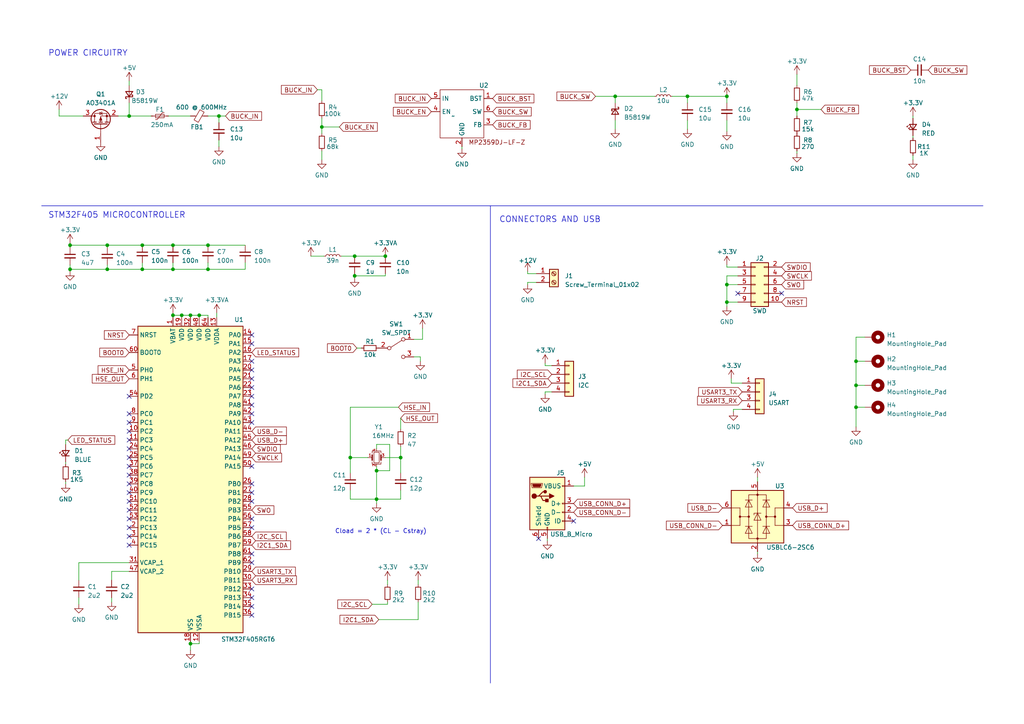
<source format=kicad_sch>
(kicad_sch (version 20230121) (generator eeschema)
  (paper "A4")
  (title_block (title "STM32F4 Test Board") (date "2023-05-26") (rev "v1.0") (company "SAI KRISHNA DASARI"))
  (lib_symbols
    (symbol "Connector:Screw_Terminal_01x02" (pin_names (offset 1.016) hide)
      (property "Reference" "J" (at 0 2.54 0))
      (property "Value" "Screw_Terminal_01x02" (at 0 -5.08 0))
      (symbol "Screw_Terminal_01x02_1_1"
        (pin passive line (at -5.08 0 0) (length 3.81) (name "Pin_1") (number "1"))
        (pin passive line (at -5.08 -2.54 0) (length 3.81) (name "Pin_2") (number "2"))
      )
    )
    (symbol "Connector:USB_B_Micro" (pin_names (offset 1.016))
      (property "Reference" "J" (at -5.08 11.43 0))
      (property "Value" "USB_B_Micro" (at -5.08 8.89 0))
      (symbol "USB_B_Micro_1_1"
        (pin power_out line (at 7.62 5.08 180) (length 2.54) (name "VBUS") (number "1"))
        (pin bidirectional line (at 7.62 -2.54 180) (length 2.54) (name "D-") (number "2"))
        (pin bidirectional line (at 7.62 0 180) (length 2.54) (name "D+") (number "3"))
        (pin passive line (at 7.62 -5.08 180) (length 2.54) (name "ID") (number "4"))
        (pin power_out line (at 0 -10.16 90) (length 2.54) (name "GND") (number "5"))
        (pin passive line (at -2.54 -10.16 90) (length 2.54) (name "Shield") (number "6"))
      )
    )
    (symbol "Connector_Generic:Conn_01x04" (pin_names (offset 1.016) hide)
      (property "Reference" "J" (at 0 5.08 0))
      (property "Value" "Conn_01x04" (at 0 -7.62 0))
      (symbol "Conn_01x04_1_1"
        (pin passive line (at -5.08 2.54 0) (length 3.81) (name "Pin_1") (number "1"))
        (pin passive line (at -5.08 0 0) (length 3.81) (name "Pin_2") (number "2"))
        (pin passive line (at -5.08 -2.54 0) (length 3.81) (name "Pin_3") (number "3"))
        (pin passive line (at -5.08 -5.08 0) (length 3.81) (name "Pin_4") (number "4"))
      )
    )
    (symbol "Connector_Generic:Conn_02x05_Odd_Even" (pin_names (offset 1.016) hide)
      (property "Reference" "J" (at 1.27 7.62 0))
      (property "Value" "Conn_02x05_Odd_Even" (at 1.27 -7.62 0))
      (symbol "Conn_02x05_Odd_Even_1_1"
        (pin passive line (at -5.08 5.08 0) (length 3.81) (name "Pin_1") (number "1"))
        (pin passive line (at 7.62 -5.08 180) (length 3.81) (name "Pin_10") (number "10"))
        (pin passive line (at 7.62 5.08 180) (length 3.81) (name "Pin_2") (number "2"))
        (pin passive line (at -5.08 2.54 0) (length 3.81) (name "Pin_3") (number "3"))
        (pin passive line (at 7.62 2.54 180) (length 3.81) (name "Pin_4") (number "4"))
        (pin passive line (at -5.08 0 0) (length 3.81) (name "Pin_5") (number "5"))
        (pin passive line (at 7.62 0 180) (length 3.81) (name "Pin_6") (number "6"))
        (pin passive line (at -5.08 -2.54 0) (length 3.81) (name "Pin_7") (number "7"))
        (pin passive line (at 7.62 -2.54 180) (length 3.81) (name "Pin_8") (number "8"))
        (pin passive line (at -5.08 -5.08 0) (length 3.81) (name "Pin_9") (number "9"))
      )
    )
    (symbol "Device:C_Small" (pin_numbers hide) (pin_names (offset 0.254) hide)
      (property "Reference" "C" (at 0.254 1.778 0))
      (property "Value" "C_Small" (at 0.254 -2.032 0))
      (symbol "C_Small_1_1"
        (pin passive line (at 0 2.54 270) (length 2.032) (name "~") (number "1"))
        (pin passive line (at 0 -2.54 90) (length 2.032) (name "~") (number "2"))
      )
    )
    (symbol "Device:Crystal_GND24_Small" (pin_names (offset 1.016) hide)
      (property "Reference" "Y" (at 1.27 4.445 0))
      (property "Value" "Crystal_GND24_Small" (at 1.27 2.54 0))
      (symbol "Crystal_GND24_Small_1_1"
        (pin passive line (at -2.54 0 0) (length 1.27) (name "1") (number "1"))
        (pin passive line (at 0 -2.54 90) (length 0.635) (name "2") (number "2"))
        (pin passive line (at 2.54 0 180) (length 1.27) (name "3") (number "3"))
        (pin passive line (at 0 2.54 270) (length 0.635) (name "4") (number "4"))
      )
    )
    (symbol "Device:D_Schottky_Small" (pin_numbers hide) (pin_names (offset 0.254) hide)
      (property "Reference" "D" (at -1.27 2.032 0))
      (property "Value" "D_Schottky_Small" (at -7.112 -2.032 0))
      (symbol "D_Schottky_Small_1_1"
        (pin passive line (at -2.54 0 0) (length 1.778) (name "K") (number "1"))
        (pin passive line (at 2.54 0 180) (length 1.778) (name "A") (number "2"))
      )
    )
    (symbol "Device:FerriteBead_Small" (pin_numbers hide) (pin_names (offset 0))
      (property "Reference" "FB" (at 1.905 1.27 0))
      (property "Value" "FerriteBead_Small" (at 1.905 -1.27 0))
      (symbol "FerriteBead_Small_1_1"
        (pin passive line (at 0 2.54 270) (length 1.27) (name "~") (number "1"))
        (pin passive line (at 0 -2.54 90) (length 1.27) (name "~") (number "2"))
      )
    )
    (symbol "Device:LED_Small" (pin_numbers hide) (pin_names (offset 0.254) hide)
      (property "Reference" "D" (at -1.27 3.175 0))
      (property "Value" "LED_Small" (at -4.445 -2.54 0))
      (symbol "LED_Small_1_1"
        (pin passive line (at -2.54 0 0) (length 1.778) (name "K") (number "1"))
        (pin passive line (at 2.54 0 180) (length 1.778) (name "A") (number "2"))
      )
    )
    (symbol "Device:L_Small" (pin_numbers hide) (pin_names (offset 0.254) hide)
      (property "Reference" "L" (at 0.762 1.016 0))
      (property "Value" "L_Small" (at 0.762 -1.016 0))
      (symbol "L_Small_1_1"
        (pin passive line (at 0 2.54 270) (length 0.508) (name "~") (number "1"))
        (pin passive line (at 0 -2.54 90) (length 0.508) (name "~") (number "2"))
      )
    )
    (symbol "Device:Polyfuse_Small" (pin_numbers hide) (pin_names (offset 0))
      (property "Reference" "F" (at -1.905 0 90))
      (property "Value" "Polyfuse_Small" (at 1.905 0 90))
      (symbol "Polyfuse_Small_1_1"
        (pin passive line (at 0 2.54 270) (length 0.635) (name "~") (number "1"))
        (pin passive line (at 0 -2.54 90) (length 0.635) (name "~") (number "2"))
      )
    )
    (symbol "Device:R_Small" (pin_numbers hide) (pin_names (offset 0.254) hide)
      (property "Reference" "R" (at 0.762 0.508 0))
      (property "Value" "R_Small" (at 0.762 -1.016 0))
      (symbol "R_Small_1_1"
        (pin passive line (at 0 2.54 270) (length 0.762) (name "~") (number "1"))
        (pin passive line (at 0 -2.54 90) (length 0.762) (name "~") (number "2"))
      )
    )
    (symbol "MCU_ST_STM32F4:STM32F405RGTx"
      (property "Reference" "U" (at -15.24 46.99 0))
      (property "Value" "STM32F405RGTx" (at 10.16 46.99 0))
      (symbol "STM32F405RGTx_1_1"
        (pin power_in line (at -5.08 48.26 270) (length 2.54) (name "VBAT") (number "1"))
        (pin bidirectional line (at -17.78 15.24 0) (length 2.54) (name "PC2") (number "10"))
        (pin bidirectional line (at -17.78 12.7 0) (length 2.54) (name "PC3") (number "11"))
        (pin power_in line (at 2.54 -45.72 90) (length 2.54) (name "VSSA") (number "12"))
        (pin power_in line (at 7.62 48.26 270) (length 2.54) (name "VDDA") (number "13"))
        (pin bidirectional line (at 17.78 43.18 180) (length 2.54) (name "PA0") (number "14"))
        (pin bidirectional line (at 17.78 40.64 180) (length 2.54) (name "PA1") (number "15"))
        (pin bidirectional line (at 17.78 38.1 180) (length 2.54) (name "PA2") (number "16"))
        (pin bidirectional line (at 17.78 35.56 180) (length 2.54) (name "PA3") (number "17"))
        (pin power_in line (at 0 -45.72 90) (length 2.54) (name "VSS") (number "18"))
        (pin power_in line (at -2.54 48.26 270) (length 2.54) (name "VDD") (number "19"))
        (pin bidirectional line (at -17.78 -12.7 0) (length 2.54) (name "PC13") (number "2"))
        (pin bidirectional line (at 17.78 33.02 180) (length 2.54) (name "PA4") (number "20"))
        (pin bidirectional line (at 17.78 30.48 180) (length 2.54) (name "PA5") (number "21"))
        (pin bidirectional line (at 17.78 27.94 180) (length 2.54) (name "PA6") (number "22"))
        (pin bidirectional line (at 17.78 25.4 180) (length 2.54) (name "PA7") (number "23"))
        (pin bidirectional line (at -17.78 10.16 0) (length 2.54) (name "PC4") (number "24"))
        (pin bidirectional line (at -17.78 7.62 0) (length 2.54) (name "PC5") (number "25"))
        (pin bidirectional line (at 17.78 0 180) (length 2.54) (name "PB0") (number "26"))
        (pin bidirectional line (at 17.78 -2.54 180) (length 2.54) (name "PB1") (number "27"))
        (pin bidirectional line (at 17.78 -5.08 180) (length 2.54) (name "PB2") (number "28"))
        (pin bidirectional line (at 17.78 -25.4 180) (length 2.54) (name "PB10") (number "29"))
        (pin bidirectional line (at -17.78 -15.24 0) (length 2.54) (name "PC14") (number "3"))
        (pin bidirectional line (at 17.78 -27.94 180) (length 2.54) (name "PB11") (number "30"))
        (pin power_out line (at -17.78 -22.86 0) (length 2.54) (name "VCAP_1") (number "31"))
        (pin power_in line (at 0 48.26 270) (length 2.54) (name "VDD") (number "32"))
        (pin bidirectional line (at 17.78 -30.48 180) (length 2.54) (name "PB12") (number "33"))
        (pin bidirectional line (at 17.78 -33.02 180) (length 2.54) (name "PB13") (number "34"))
        (pin bidirectional line (at 17.78 -35.56 180) (length 2.54) (name "PB14") (number "35"))
        (pin bidirectional line (at 17.78 -38.1 180) (length 2.54) (name "PB15") (number "36"))
        (pin bidirectional line (at -17.78 5.08 0) (length 2.54) (name "PC6") (number "37"))
        (pin bidirectional line (at -17.78 2.54 0) (length 2.54) (name "PC7") (number "38"))
        (pin bidirectional line (at -17.78 0 0) (length 2.54) (name "PC8") (number "39"))
        (pin bidirectional line (at -17.78 -17.78 0) (length 2.54) (name "PC15") (number "4"))
        (pin bidirectional line (at -17.78 -2.54 0) (length 2.54) (name "PC9") (number "40"))
        (pin bidirectional line (at 17.78 22.86 180) (length 2.54) (name "PA8") (number "41"))
        (pin bidirectional line (at 17.78 20.32 180) (length 2.54) (name "PA9") (number "42"))
        (pin bidirectional line (at 17.78 17.78 180) (length 2.54) (name "PA10") (number "43"))
        (pin bidirectional line (at 17.78 15.24 180) (length 2.54) (name "PA11") (number "44"))
        (pin bidirectional line (at 17.78 12.7 180) (length 2.54) (name "PA12") (number "45"))
        (pin bidirectional line (at 17.78 10.16 180) (length 2.54) (name "PA13") (number "46"))
        (pin power_out line (at -17.78 -25.4 0) (length 2.54) (name "VCAP_2") (number "47"))
        (pin power_in line (at 2.54 48.26 270) (length 2.54) (name "VDD") (number "48"))
        (pin bidirectional line (at 17.78 7.62 180) (length 2.54) (name "PA14") (number "49"))
        (pin bidirectional line (at -17.78 33.02 0) (length 2.54) (name "PH0") (number "5"))
        (pin bidirectional line (at 17.78 5.08 180) (length 2.54) (name "PA15") (number "50"))
        (pin bidirectional line (at -17.78 -5.08 0) (length 2.54) (name "PC10") (number "51"))
        (pin bidirectional line (at -17.78 -7.62 0) (length 2.54) (name "PC11") (number "52"))
        (pin bidirectional line (at -17.78 -10.16 0) (length 2.54) (name "PC12") (number "53"))
        (pin bidirectional line (at -17.78 25.4 0) (length 2.54) (name "PD2") (number "54"))
        (pin bidirectional line (at 17.78 -7.62 180) (length 2.54) (name "PB3") (number "55"))
        (pin bidirectional line (at 17.78 -10.16 180) (length 2.54) (name "PB4") (number "56"))
        (pin bidirectional line (at 17.78 -12.7 180) (length 2.54) (name "PB5") (number "57"))
        (pin bidirectional line (at 17.78 -15.24 180) (length 2.54) (name "PB6") (number "58"))
        (pin bidirectional line (at 17.78 -17.78 180) (length 2.54) (name "PB7") (number "59"))
        (pin bidirectional line (at -17.78 30.48 0) (length 2.54) (name "PH1") (number "6"))
        (pin input line (at -17.78 38.1 0) (length 2.54) (name "BOOT0") (number "60"))
        (pin bidirectional line (at 17.78 -20.32 180) (length 2.54) (name "PB8") (number "61"))
        (pin bidirectional line (at 17.78 -22.86 180) (length 2.54) (name "PB9") (number "62"))
        (pin passive line (at 0 -45.72 90) (length 2.54) hide (name "VSS") (number "63"))
        (pin power_in line (at 5.08 48.26 270) (length 2.54) (name "VDD") (number "64"))
        (pin input line (at -17.78 43.18 0) (length 2.54) (name "NRST") (number "7"))
        (pin bidirectional line (at -17.78 20.32 0) (length 2.54) (name "PC0") (number "8"))
        (pin bidirectional line (at -17.78 17.78 0) (length 2.54) (name "PC1") (number "9"))
      )
    )
    (symbol "Mechanical:MountingHole_Pad" (pin_numbers hide) (pin_names (offset 1.016) hide)
      (property "Reference" "H" (at 0 6.35 0))
      (property "Value" "MountingHole_Pad" (at 0 4.445 0))
      (symbol "MountingHole_Pad_1_1"
        (pin input line (at 0 -2.54 90) (length 2.54) (name "1") (number "1"))
      )
    )
    (symbol "Power_Protection:USBLC6-2SC6" (pin_names hide)
      (property "Reference" "U" (at 2.54 8.89 0))
      (property "Value" "USBLC6-2SC6" (at 2.54 -8.89 0))
      (symbol "USBLC6-2SC6_1_1"
        (pin passive line (at -10.16 -2.54 0) (length 2.54) (name "I/O1") (number "1"))
        (pin passive line (at 0 -10.16 90) (length 2.54) (name "GND") (number "2"))
        (pin passive line (at 10.16 -2.54 180) (length 2.54) (name "I/O2") (number "3"))
        (pin passive line (at 10.16 2.54 180) (length 2.54) (name "I/O2") (number "4"))
        (pin passive line (at 0 10.16 270) (length 2.54) (name "VBUS") (number "5"))
        (pin passive line (at -10.16 2.54 0) (length 2.54) (name "I/O1") (number "6"))
      )
    )
    (symbol "Switch:SW_SPDT" (pin_names (offset 0) hide)
      (property "Reference" "SW" (at 0 4.318 0))
      (property "Value" "SW_SPDT" (at 0 -5.08 0))
      (symbol "SW_SPDT_1_1"
        (pin passive line (at 5.08 2.54 180) (length 2.54) (name "A") (number "1"))
        (pin passive line (at -5.08 0 0) (length 2.54) (name "B") (number "2"))
        (pin passive line (at 5.08 -2.54 180) (length 2.54) (name "C") (number "3"))
      )
    )
    (symbol "Transistor_FET:AO3401A" (pin_names hide)
      (property "Reference" "Q" (at 5.08 1.905 0))
      (property "Value" "AO3401A" (at 5.08 0 0))
      (symbol "AO3401A_1_1"
        (pin input line (at -5.08 0 0) (length 2.54) (name "G") (number "1"))
        (pin passive line (at 2.54 -5.08 90) (length 2.54) (name "S") (number "2"))
        (pin passive line (at 2.54 5.08 270) (length 2.54) (name "D") (number "3"))
      )
    )
    (symbol "mp2359dj-lf-z:MP2359DJ-LF-Z"
      (property "Reference" "U1" (at 28.8677 22.86 0))
      (symbol "MP2359DJ-LF-Z_1_1"
        (text "MP2359DJ-LF-Z" (at 33.02 6.35 0) (effects (font (size 1.27 1.27))))
        (pin output line (at 31.75 19.05 180) (length 2.54) (name "BST") (number "1"))
        (pin output line (at 22.86 5.08 90) (length 2.54) (name "GND") (number "2"))
        (pin output line (at 31.75 11.43 180) (length 2.54) (name "FB") (number "3"))
        (pin input line (at 13.97 15.24 0) (length 2.54) (name "EN") (number "4"))
        (pin input line (at 13.97 19.05 0) (length 2.54) (name "IN") (number "5"))
        (pin output line (at 31.75 15.24 180) (length 2.54) (name "SW") (number "6"))
      )
    )
    (symbol "power:+12V" (power) (pin_names (offset 0))
      (property "Value" "+12V" (at 0 3.556 0))
      (symbol "+12V_1_1"
        (pin power_in line (at 0 0 90) (length 0) hide (name "+12V") (number "1"))
      )
    )
    (symbol "power:+3.3V" (power) (pin_names (offset 0))
      (property "Value" "+3.3V" (at 0 3.556 0))
      (symbol "+3.3V_1_1"
        (pin power_in line (at 0 0 90) (length 0) hide (name "+3.3V") (number "1"))
      )
    )
    (symbol "power:+3.3VA" (power) (pin_names (offset 0))
      (property "Value" "+3.3VA" (at 0 3.556 0))
      (symbol "+3.3VA_1_1"
        (pin power_in line (at 0 0 90) (length 0) hide (name "+3.3VA") (number "1"))
      )
    )
    (symbol "power:+5V" (power) (pin_names (offset 0))
      (property "Value" "+5V" (at 0 3.556 0))
      (symbol "+5V_1_1"
        (pin power_in line (at 0 0 90) (length 0) hide (name "+5V") (number "1"))
      )
    )
    (symbol "power:GND" (power) (pin_names (offset 0))
      (property "Value" "GND" (at 0 -3.81 0))
      (symbol "GND_1_1"
        (pin power_in line (at 0 0 270) (length 0) hide (name "GND") (number "1"))
      )
    )
  )
  (junction (at 102.87 80.01))
  (junction (at 248.285 111.76))
  (junction (at 60.325 71.12))
  (junction (at 248.285 104.775))
  (junction (at 109.22 136.525))
  (junction (at 210.82 87.63))
  (junction (at 55.245 91.44))
  (junction (at 50.165 71.12))
  (junction (at 20.32 78.105))
  (junction (at 41.275 78.105))
  (junction (at 102.87 74.295))
  (junction (at 31.115 78.105))
  (junction (at 109.22 144.78))
  (junction (at 37.465 33.655))
  (junction (at 20.32 71.12))
  (junction (at 63.5 33.655))
  (junction (at 199.39 27.94))
  (junction (at 101.6 132.715))
  (junction (at 57.785 91.44))
  (junction (at 178.435 27.94))
  (junction (at 55.245 186.69))
  (junction (at 116.205 132.715))
  (junction (at 52.705 91.44))
  (junction (at 210.82 82.55))
  (junction (at 231.14 31.75))
  (junction (at 210.82 27.94))
  (junction (at 60.325 78.105))
  (junction (at 93.345 36.83))
  (junction (at 31.115 71.12))
  (junction (at 50.165 91.44))
  (junction (at 41.275 71.12))
  (junction (at 50.165 78.105))
  (junction (at 248.285 118.11))
  (junction (at 111.76 74.295))
  (no_connect (at 37.465 130.175))
  (no_connect (at 73.025 114.935))
  (no_connect (at 37.465 132.715))
  (no_connect (at 73.025 178.435))
  (no_connect (at 73.025 163.195))
  (no_connect (at 73.025 140.335))
  (no_connect (at 73.025 117.475))
  (no_connect (at 73.025 160.655))
  (no_connect (at 73.025 153.035))
  (no_connect (at 73.025 112.395))
  (no_connect (at 226.695 85.09))
  (no_connect (at 73.025 173.355))
  (no_connect (at 73.025 97.155))
  (no_connect (at 73.025 170.815))
  (no_connect (at 73.025 122.555))
  (no_connect (at 213.995 85.09))
  (no_connect (at 37.465 150.495))
  (no_connect (at 37.465 140.335))
  (no_connect (at 73.025 107.315))
  (no_connect (at 73.025 99.695))
  (no_connect (at 37.465 127.635))
  (no_connect (at 37.465 122.555))
  (no_connect (at 37.465 120.015))
  (no_connect (at 37.465 147.955))
  (no_connect (at 73.025 135.255))
  (no_connect (at 73.025 142.875))
  (no_connect (at 37.465 155.575))
  (no_connect (at 73.025 120.015))
  (no_connect (at 37.465 137.795))
  (no_connect (at 37.465 158.115))
  (no_connect (at 37.465 153.035))
  (no_connect (at 73.025 109.855))
  (no_connect (at 73.025 145.415))
  (no_connect (at 37.465 142.875))
  (no_connect (at 73.025 175.895))
  (no_connect (at 156.21 156.21))
  (no_connect (at 37.465 145.415))
  (no_connect (at 73.025 150.495))
  (no_connect (at 37.465 125.095))
  (no_connect (at 166.37 151.13))
  (no_connect (at 37.465 114.935))
  (no_connect (at 73.025 104.775))
  (no_connect (at 37.465 135.255))
  (wire (pts (xy 116.205 142.24) (xy 116.205 144.78)))
  (wire (pts (xy 178.435 27.94) (xy 178.435 29.845)))
  (wire (pts (xy 71.12 78.105) (xy 71.12 76.2)))
  (wire (pts (xy 50.165 90.805) (xy 50.165 91.44)))
  (wire (pts (xy 231.14 44.45) (xy 231.14 43.815)))
  (wire (pts (xy 90.17 74.295) (xy 93.98 74.295)))
  (wire (pts (xy 113.03 128.905) (xy 113.03 136.525)))
  (wire (pts (xy 52.705 91.44) (xy 55.245 91.44)))
  (wire (pts (xy 19.05 127.635) (xy 19.685 127.635)))
  (wire (pts (xy 41.275 71.12) (xy 50.165 71.12)))
  (wire (pts (xy 19.05 133.985) (xy 19.05 134.62)))
  (wire (pts (xy 50.165 76.2) (xy 50.165 78.105)))
  (wire (pts (xy 210.82 82.55) (xy 210.82 80.01)))
  (wire (pts (xy 101.6 118.11) (xy 101.6 132.715)))
  (wire (pts (xy 212.725 118.745) (xy 212.725 119.38)))
  (wire (pts (xy 101.6 142.24) (xy 101.6 144.78)))
  (wire (pts (xy 248.285 104.775) (xy 248.285 111.76)))
  (polyline (pts (xy 142.24 59.69) (xy 285.115 59.69)))
  (wire (pts (xy 248.285 111.76) (xy 250.825 111.76)))
  (wire (pts (xy 19.05 128.905) (xy 19.05 127.635)))
  (wire (pts (xy 210.82 80.01) (xy 213.995 80.01)))
  (wire (pts (xy 55.245 186.69) (xy 55.245 188.595)))
  (wire (pts (xy 264.795 33.655) (xy 264.795 34.29)))
  (wire (pts (xy 17.145 33.655) (xy 24.13 33.655)))
  (wire (pts (xy 20.32 71.12) (xy 20.32 71.755)))
  (wire (pts (xy 248.285 97.79) (xy 248.285 104.775)))
  (wire (pts (xy 102.87 74.295) (xy 111.76 74.295)))
  (wire (pts (xy 120.015 103.505) (xy 121.92 103.505)))
  (wire (pts (xy 50.165 91.44) (xy 52.705 91.44)))
  (wire (pts (xy 101.6 137.16) (xy 101.6 132.715)))
  (wire (pts (xy 231.14 29.845) (xy 231.14 31.75)))
  (wire (pts (xy 22.86 168.275) (xy 22.86 163.195)))
  (wire (pts (xy 99.06 74.295) (xy 102.87 74.295)))
  (wire (pts (xy 63.5 33.655) (xy 65.405 33.655)))
  (wire (pts (xy 57.785 91.44) (xy 57.785 92.075)))
  (wire (pts (xy 121.92 103.505) (xy 121.92 104.775)))
  (wire (pts (xy 210.82 27.94) (xy 199.39 27.94)))
  (wire (pts (xy 248.285 111.76) (xy 248.285 118.11)))
  (wire (pts (xy 37.465 23.495) (xy 37.465 24.765)))
  (wire (pts (xy 102.87 80.01) (xy 102.87 80.645)))
  (polyline (pts (xy 12.065 59.69) (xy 142.24 59.69)))
  (wire (pts (xy 102.87 79.375) (xy 102.87 80.01)))
  (wire (pts (xy 57.785 186.055) (xy 57.785 186.69)))
  (wire (pts (xy 210.82 88.9) (xy 210.82 87.63)))
  (wire (pts (xy 32.385 168.275) (xy 32.385 165.735)))
  (wire (pts (xy 158.115 113.665) (xy 158.115 114.3)))
  (wire (pts (xy 153.035 81.915) (xy 153.035 82.55)))
  (wire (pts (xy 112.395 168.275) (xy 112.395 169.545)))
  (polyline (pts (xy 142.24 59.69) (xy 142.24 198.12)))
  (wire (pts (xy 116.205 129.54) (xy 116.205 132.715)))
  (wire (pts (xy 109.22 128.905) (xy 113.03 128.905)))
  (wire (pts (xy 210.82 29.845) (xy 210.82 27.94)))
  (wire (pts (xy 57.785 91.44) (xy 60.325 91.44)))
  (wire (pts (xy 113.03 136.525) (xy 109.22 136.525)))
  (wire (pts (xy 109.22 136.525) (xy 109.22 144.78)))
  (wire (pts (xy 22.86 175.26) (xy 22.86 173.355)))
  (wire (pts (xy 57.785 186.69) (xy 55.245 186.69)))
  (wire (pts (xy 210.82 87.63) (xy 213.995 87.63)))
  (wire (pts (xy 63.5 33.655) (xy 63.5 35.56)))
  (wire (pts (xy 213.995 77.47) (xy 210.82 77.47)))
  (wire (pts (xy 178.435 34.925) (xy 178.435 37.465)))
  (wire (pts (xy 215.265 111.125) (xy 212.09 111.125)))
  (wire (pts (xy 50.165 91.44) (xy 50.165 92.075)))
  (wire (pts (xy 101.6 144.78) (xy 109.22 144.78)))
  (wire (pts (xy 210.82 87.63) (xy 210.82 82.55)))
  (wire (pts (xy 116.205 132.715) (xy 116.205 137.16)))
  (wire (pts (xy 264.795 46.355) (xy 264.795 45.085)))
  (wire (pts (xy 31.115 78.105) (xy 41.275 78.105)))
  (wire (pts (xy 41.275 76.2) (xy 41.275 78.105)))
  (wire (pts (xy 169.545 140.97) (xy 169.545 138.43)))
  (wire (pts (xy 166.37 140.97) (xy 169.545 140.97)))
  (wire (pts (xy 22.86 163.195) (xy 37.465 163.195)))
  (wire (pts (xy 153.035 78.74) (xy 153.035 79.375)))
  (wire (pts (xy 48.895 33.655) (xy 55.245 33.655)))
  (wire (pts (xy 111.76 132.715) (xy 116.205 132.715)))
  (wire (pts (xy 20.32 70.485) (xy 20.32 71.12)))
  (wire (pts (xy 93.345 34.29) (xy 93.345 36.83)))
  (wire (pts (xy 93.345 26.035) (xy 93.345 29.21)))
  (wire (pts (xy 60.325 71.12) (xy 71.12 71.12)))
  (wire (pts (xy 109.22 144.78) (xy 116.205 144.78)))
  (wire (pts (xy 210.82 82.55) (xy 213.995 82.55)))
  (wire (pts (xy 172.72 27.94) (xy 178.435 27.94)))
  (wire (pts (xy 215.265 118.745) (xy 212.725 118.745)))
  (wire (pts (xy 122.555 98.425) (xy 122.555 95.25)))
  (wire (pts (xy 60.325 91.44) (xy 60.325 92.075)))
  (wire (pts (xy 52.705 91.44) (xy 52.705 92.075)))
  (wire (pts (xy 153.035 79.375) (xy 155.575 79.375)))
  (wire (pts (xy 63.5 40.64) (xy 63.5 42.545)))
  (wire (pts (xy 55.245 91.44) (xy 57.785 91.44)))
  (wire (pts (xy 107.95 175.26) (xy 112.395 175.26)))
  (wire (pts (xy 93.345 36.83) (xy 93.345 38.735)))
  (wire (pts (xy 62.865 90.805) (xy 62.865 92.075)))
  (wire (pts (xy 212.09 111.125) (xy 212.09 109.855)))
  (wire (pts (xy 120.015 98.425) (xy 122.555 98.425)))
  (wire (pts (xy 60.325 76.2) (xy 60.325 78.105)))
  (wire (pts (xy 103.505 100.965) (xy 104.775 100.965)))
  (wire (pts (xy 210.82 34.925) (xy 210.82 38.1)))
  (wire (pts (xy 31.115 71.12) (xy 41.275 71.12)))
  (wire (pts (xy 41.275 78.105) (xy 50.165 78.105)))
  (wire (pts (xy 160.02 113.665) (xy 158.115 113.665)))
  (wire (pts (xy 121.285 168.275) (xy 121.285 169.545)))
  (wire (pts (xy 248.285 118.11) (xy 250.825 118.11)))
  (wire (pts (xy 50.165 78.105) (xy 60.325 78.105)))
  (wire (pts (xy 248.285 97.79) (xy 250.825 97.79)))
  (wire (pts (xy 31.115 71.12) (xy 31.115 71.755)))
  (wire (pts (xy 109.22 146.05) (xy 109.22 144.78)))
  (wire (pts (xy 17.145 31.75) (xy 17.145 33.655)))
  (wire (pts (xy 199.39 34.925) (xy 199.39 37.465)))
  (wire (pts (xy 155.575 81.915) (xy 153.035 81.915)))
  (wire (pts (xy 158.75 156.845) (xy 158.75 156.21)))
  (wire (pts (xy 231.14 31.75) (xy 238.125 31.75)))
  (wire (pts (xy 60.325 33.655) (xy 63.5 33.655)))
  (wire (pts (xy 231.14 31.75) (xy 231.14 33.655)))
  (wire (pts (xy 133.985 43.18) (xy 133.985 42.545)))
  (wire (pts (xy 55.245 186.055) (xy 55.245 186.69)))
  (wire (pts (xy 112.395 175.26) (xy 112.395 174.625)))
  (wire (pts (xy 210.82 77.47) (xy 210.82 76.835)))
  (wire (pts (xy 158.115 106.045) (xy 158.115 105.41)))
  (wire (pts (xy 92.075 26.035) (xy 93.345 26.035)))
  (wire (pts (xy 219.71 160.655) (xy 219.71 160.02)))
  (wire (pts (xy 20.32 78.105) (xy 20.32 78.74)))
  (wire (pts (xy 115.57 118.11) (xy 101.6 118.11)))
  (wire (pts (xy 37.465 29.845) (xy 37.465 33.655)))
  (wire (pts (xy 101.6 132.715) (xy 106.68 132.715)))
  (wire (pts (xy 19.05 140.335) (xy 19.05 139.7)))
  (wire (pts (xy 55.245 91.44) (xy 55.245 92.075)))
  (wire (pts (xy 160.02 106.045) (xy 158.115 106.045)))
  (wire (pts (xy 32.385 165.735) (xy 37.465 165.735)))
  (wire (pts (xy 121.285 179.705) (xy 109.855 179.705)))
  (wire (pts (xy 109.22 130.175) (xy 109.22 128.905)))
  (wire (pts (xy 32.385 174.625) (xy 32.385 173.355)))
  (wire (pts (xy 20.32 76.835) (xy 20.32 78.105)))
  (wire (pts (xy 178.435 27.94) (xy 189.865 27.94)))
  (wire (pts (xy 264.795 40.005) (xy 264.795 39.37)))
  (wire (pts (xy 111.76 79.375) (xy 111.76 80.01)))
  (wire (pts (xy 199.39 27.94) (xy 199.39 29.845)))
  (wire (pts (xy 116.205 121.285) (xy 116.205 124.46)))
  (wire (pts (xy 20.32 78.105) (xy 31.115 78.105)))
  (wire (pts (xy 60.325 78.105) (xy 71.12 78.105)))
  (wire (pts (xy 34.29 33.655) (xy 37.465 33.655)))
  (wire (pts (xy 93.345 43.815) (xy 93.345 46.355)))
  (wire (pts (xy 93.345 36.83) (xy 98.425 36.83)))
  (wire (pts (xy 20.32 71.12) (xy 31.115 71.12)))
  (wire (pts (xy 219.71 138.43) (xy 219.71 139.7)))
  (wire (pts (xy 194.945 27.94) (xy 199.39 27.94)))
  (wire (pts (xy 248.285 118.11) (xy 248.285 123.825)))
  (wire (pts (xy 50.165 71.12) (xy 60.325 71.12)))
  (wire (pts (xy 121.285 174.625) (xy 121.285 179.705)))
  (wire (pts (xy 109.22 135.255) (xy 109.22 136.525)))
  (wire (pts (xy 111.76 80.01) (xy 102.87 80.01)))
  (wire (pts (xy 231.14 21.59) (xy 231.14 24.765)))
  (wire (pts (xy 43.815 33.655) (xy 37.465 33.655)))
  (wire (pts (xy 31.115 76.835) (xy 31.115 78.105)))
  (wire (pts (xy 250.825 104.775) (xy 248.285 104.775)))
  (text "Cload = 2 * (CL - Cstray)" (at 97.155 154.94 0) (effects (font (size 1.27 1.27)) (justify left bottom)))
  (text "STM32F405 MICROCONTROLLER" (at 13.97 63.5 0) (effects (font (size 1.7 1.7)) (justify left bottom)))
  (text "CONNECTORS AND USB" (at 144.78 64.77 0) (effects (font (size 1.7 1.7)) (justify left bottom)))
  (text "POWER CIRCUITRY" (at 13.97 16.51 0) (effects (font (size 1.7 1.7)) (justify left bottom)))
  (global_label "BOOT0" (shape input) (at 37.465 102.235 180) (property "Intersheetrefs" "${INTERSHEET_REFS}" (effects hide)))
  (global_label "USB_CONN_D+" (shape input) (at 166.37 146.05 0) (property "Intersheetrefs" "${INTERSHEET_REFS}" (effects hide)))
  (global_label "HSE_IN" (shape input) (at 115.57 118.11 0) (property "Intersheetrefs" "${INTERSHEET_REFS}" (effects hide)))
  (global_label "I2C1_SDA" (shape input) (at 109.855 179.705 180) (property "Intersheetrefs" "${INTERSHEET_REFS}" (effects hide)))
  (global_label "LED_STATUS" (shape input) (at 19.685 127.635 0) (property "Intersheetrefs" "${INTERSHEET_REFS}" (effects hide)))
  (global_label "SWO" (shape input) (at 226.695 82.55 0) (property "Intersheetrefs" "${INTERSHEET_REFS}" (effects hide)))
  (global_label "SWDIO" (shape input) (at 226.695 77.47 0) (property "Intersheetrefs" "${INTERSHEET_REFS}" (effects hide)))
  (global_label "BUCK_FB" (shape input) (at 238.125 31.75 0) (property "Intersheetrefs" "${INTERSHEET_REFS}" (effects hide)))
  (global_label "HSE_OUT" (shape input) (at 37.465 109.855 180) (property "Intersheetrefs" "${INTERSHEET_REFS}" (effects hide)))
  (global_label "BUCK_SW" (shape input) (at 269.24 20.32 0) (property "Intersheetrefs" "${INTERSHEET_REFS}" (effects hide)))
  (global_label "USB_CONN_D+" (shape input) (at 229.87 152.4 0) (property "Intersheetrefs" "${INTERSHEET_REFS}" (effects hide)))
  (global_label "HSE_OUT" (shape input) (at 116.205 121.285 0) (property "Intersheetrefs" "${INTERSHEET_REFS}" (effects hide)))
  (global_label "USART3_RX" (shape input) (at 73.025 168.275 0) (property "Intersheetrefs" "${INTERSHEET_REFS}" (effects hide)))
  (global_label "BOOT0" (shape input) (at 103.505 100.965 180) (property "Intersheetrefs" "${INTERSHEET_REFS}" (effects hide)))
  (global_label "USART3_TX" (shape input) (at 215.265 113.665 180) (property "Intersheetrefs" "${INTERSHEET_REFS}" (effects hide)))
  (global_label "BUCK_BST" (shape input) (at 264.16 20.32 180) (property "Intersheetrefs" "${INTERSHEET_REFS}" (effects hide)))
  (global_label "USART3_RX" (shape input) (at 215.265 116.205 180) (property "Intersheetrefs" "${INTERSHEET_REFS}" (effects hide)))
  (global_label "USB_CONN_D-" (shape input) (at 166.37 148.59 0) (property "Intersheetrefs" "${INTERSHEET_REFS}" (effects hide)))
  (global_label "SWDIO" (shape input) (at 73.025 130.175 0) (property "Intersheetrefs" "${INTERSHEET_REFS}" (effects hide)))
  (global_label "BUCK_EN" (shape input) (at 98.425 36.83 0) (property "Intersheetrefs" "${INTERSHEET_REFS}" (effects hide)))
  (global_label "USART3_TX" (shape input) (at 73.025 165.735 0) (property "Intersheetrefs" "${INTERSHEET_REFS}" (effects hide)))
  (global_label "LED_STATUS" (shape input) (at 73.025 102.235 0) (property "Intersheetrefs" "${INTERSHEET_REFS}" (effects hide)))
  (global_label "BUCK_EN" (shape input) (at 125.095 32.385 180) (property "Intersheetrefs" "${INTERSHEET_REFS}" (effects hide)))
  (global_label "I2C_SCL" (shape input) (at 73.025 155.575 0) (property "Intersheetrefs" "${INTERSHEET_REFS}" (effects hide)))
  (global_label "BUCK_BST" (shape input) (at 142.875 28.575 0) (property "Intersheetrefs" "${INTERSHEET_REFS}" (effects hide)))
  (global_label "BUCK_IN" (shape input) (at 125.095 28.575 180) (property "Intersheetrefs" "${INTERSHEET_REFS}" (effects hide)))
  (global_label "USB_D+" (shape input) (at 229.87 147.32 0) (property "Intersheetrefs" "${INTERSHEET_REFS}" (effects hide)))
  (global_label "SWCLK" (shape input) (at 226.695 80.01 0) (property "Intersheetrefs" "${INTERSHEET_REFS}" (effects hide)))
  (global_label "HSE_IN" (shape input) (at 37.465 107.315 180) (property "Intersheetrefs" "${INTERSHEET_REFS}" (effects hide)))
  (global_label "SWCLK" (shape input) (at 73.025 132.715 0) (property "Intersheetrefs" "${INTERSHEET_REFS}" (effects hide)))
  (global_label "I2C_SCL" (shape input) (at 107.95 175.26 180) (property "Intersheetrefs" "${INTERSHEET_REFS}" (effects hide)))
  (global_label "I2C1_SDA" (shape input) (at 160.02 111.125 180) (property "Intersheetrefs" "${INTERSHEET_REFS}" (effects hide)))
  (global_label "NRST" (shape input) (at 37.465 97.155 180) (property "Intersheetrefs" "${INTERSHEET_REFS}" (effects hide)))
  (global_label "I2C_SCL" (shape input) (at 160.02 108.585 180) (property "Intersheetrefs" "${INTERSHEET_REFS}" (effects hide)))
  (global_label "USB_CONN_D-" (shape input) (at 209.55 152.4 180) (property "Intersheetrefs" "${INTERSHEET_REFS}" (effects hide)))
  (global_label "BUCK_SW" (shape input) (at 172.72 27.94 180) (property "Intersheetrefs" "${INTERSHEET_REFS}" (effects hide)))
  (global_label "I2C1_SDA" (shape input) (at 73.025 158.115 0) (property "Intersheetrefs" "${INTERSHEET_REFS}" (effects hide)))
  (global_label "BUCK_FB" (shape input) (at 142.875 36.195 0) (property "Intersheetrefs" "${INTERSHEET_REFS}" (effects hide)))
  (global_label "USB_D-" (shape input) (at 209.55 147.32 180) (property "Intersheetrefs" "${INTERSHEET_REFS}" (effects hide)))
  (global_label "NRST" (shape input) (at 226.695 87.63 0) (property "Intersheetrefs" "${INTERSHEET_REFS}" (effects hide)))
  (global_label "SWO" (shape input) (at 73.025 147.955 0) (property "Intersheetrefs" "${INTERSHEET_REFS}" (effects hide)))
  (global_label "BUCK_SW" (shape input) (at 142.875 32.385 0) (property "Intersheetrefs" "${INTERSHEET_REFS}" (effects hide)))
  (global_label "USB_D+" (shape input) (at 73.025 127.635 0) (property "Intersheetrefs" "${INTERSHEET_REFS}" (effects hide)))
  (global_label "BUCK_IN" (shape input) (at 65.405 33.655 0) (property "Intersheetrefs" "${INTERSHEET_REFS}" (effects hide)))
  (global_label "BUCK_IN" (shape input) (at 92.075 26.035 180) (property "Intersheetrefs" "${INTERSHEET_REFS}" (effects hide)))
  (global_label "USB_D-" (shape input) (at 73.025 125.095 0) (property "Intersheetrefs" "${INTERSHEET_REFS}" (effects hide)))
  (symbol (lib_id "Mechanical:MountingHole_Pad") (at 253.365 97.79 270) (unit 1)
    (property "Reference" "H1" (at 257.175 97.155 90) (effects (justify left)))
    (property "Value" "MountingHole_Pad" (at 257.175 99.695 90) (effects (justify left)))
    (property "Footprint" "MountingHole:MountingHole_4.3mm_M4_Pad_Via" (effects hide))
  )
  (symbol (lib_id "Device:R_Small") (at 121.285 172.085 0) (unit 1)
    (property "Reference" "R10" (at 124.46 172.085 0))
    (property "Value" "2k2" (at 124.46 173.99 0))
    (property "Footprint" "Resistor_SMD:R_0402_1005Metric" (effects hide))
  )
  (symbol (lib_id "power:+3.3V") (at 231.14 21.59 0) (unit 1)
    (property "Reference" "#PWR025" (effects hide))
    (property "Value" "+3.3V" (at 231.14 17.78 0))
  )
  (symbol (lib_id "power:+3.3VA") (at 111.76 74.295 0) (unit 1)
    (property "Reference" "#PWR012" (effects hide))
    (property "Value" "+3.3VA" (at 111.76 70.485 0))
  )
  (symbol (lib_id "Device:C_Small") (at 50.165 73.66 0) (unit 1)
    (property "Reference" "C6" (at 52.705 73.0313 0) (effects (justify left)))
    (property "Value" "100n" (at 52.705 75.5713 0) (effects (justify left)))
    (property "Footprint" "Capacitor_SMD:C_0402_1005Metric" (effects hide))
  )
  (symbol (lib_id "Device:R_Small") (at 107.315 100.965 90) (unit 1)
    (property "Reference" "R1" (at 107.315 99.06 90))
    (property "Value" "10k" (at 107.315 102.87 90))
    (property "Footprint" "Resistor_SMD:R_0402_1005Metric" (effects hide))
  )
  (symbol (lib_id "power:GND") (at 29.21 41.275 0) (unit 1)
    (property "Reference" "#PWR017" (effects hide))
    (property "Value" "GND" (at 29.21 45.72 0))
  )
  (symbol (lib_id "Device:R_Small") (at 231.14 27.305 0) (unit 1)
    (property "Reference" "R6" (at 234.315 26.67 0))
    (property "Value" "47k" (at 234.315 28.575 0))
    (property "Footprint" "Resistor_SMD:R_0603_1608Metric" (effects hide))
  )
  (symbol (lib_id "Device:Polyfuse_Small") (at 46.355 33.655 90) (unit 1)
    (property "Reference" "F1" (at 46.355 31.75 90))
    (property "Value" "250mA" (at 46.99 36.195 90))
    (property "Footprint" "Fuse:Fuse_1206_3216Metric" (effects hide))
  )
  (symbol (lib_id "Device:R_Small") (at 93.345 41.275 0) (unit 1)
    (property "Reference" "R5" (at 96.52 40.64 0))
    (property "Value" "68k" (at 96.52 42.545 0))
    (property "Footprint" "Resistor_SMD:R_0603_1608Metric" (effects hide))
  )
  (symbol (lib_id "power:GND") (at 210.82 88.9 0) (unit 1)
    (property "Reference" "#PWR029" (effects hide))
    (property "Value" "GND" (at 210.82 93.345 0))
  )
  (symbol (lib_id "power:GND") (at 63.5 42.545 0) (unit 1)
    (property "Reference" "#PWR018" (effects hide))
    (property "Value" "GND" (at 63.5 46.99 0))
  )
  (symbol (lib_id "Mechanical:MountingHole_Pad") (at 253.365 104.775 270) (unit 1)
    (property "Reference" "H2" (at 257.175 104.14 90) (effects (justify left)))
    (property "Value" "MountingHole_Pad" (at 257.175 106.68 90) (effects (justify left)))
    (property "Footprint" "MountingHole:MountingHole_4.3mm_M4_Pad_Via" (effects hide))
  )
  (symbol (lib_id "Device:C_Small") (at 41.275 73.66 0) (unit 1)
    (property "Reference" "C5" (at 43.815 73.0313 0) (effects (justify left)))
    (property "Value" "100n" (at 43.815 75.5713 0) (effects (justify left)))
    (property "Footprint" "Capacitor_SMD:C_0402_1005Metric" (effects hide))
  )
  (symbol (lib_id "Device:C_Small") (at 116.205 139.7 0) (unit 1)
    (property "Reference" "C12" (at 118.745 139.0713 0) (effects (justify left)))
    (property "Value" "12p" (at 118.745 141.6113 0) (effects (justify left)))
    (property "Footprint" "Capacitor_SMD:C_0402_1005Metric" (effects hide))
  )
  (symbol (lib_id "power:GND") (at 19.05 140.335 0) (unit 1)
    (property "Reference" "#PWR014" (effects hide))
    (property "Value" "GND" (at 19.05 144.78 0))
  )
  (symbol (lib_id "power:GND") (at 264.795 46.355 0) (unit 1)
    (property "Reference" "#PWR041" (effects hide))
    (property "Value" "GND" (at 264.795 50.8 0))
  )
  (symbol (lib_id "Device:R_Small") (at 231.14 36.195 0) (unit 1)
    (property "Reference" "R7" (at 234.315 35.56 0))
    (property "Value" "15k" (at 234.315 37.465 0))
    (property "Footprint" "Resistor_SMD:R_0603_1608Metric" (effects hide))
  )
  (symbol (lib_id "Device:D_Schottky_Small") (at 37.465 27.305 90) (unit 1)
    (property "Reference" "D3" (at 39.37 26.67 90) (effects (justify right)))
    (property "Value" "B5819W" (at 38.1 29.21 90) (effects (justify right)))
    (property "Footprint" "Diode_SMD:D_SOD-123" (effects hide))
  )
  (symbol (lib_id "power:GND") (at 248.285 123.825 0) (unit 1)
    (property "Reference" "#PWR043" (effects hide))
    (property "Value" "GND" (at 248.285 128.27 0))
  )
  (symbol (lib_id "Device:R_Small") (at 116.205 127 0) (unit 1)
    (property "Reference" "R2" (at 118.11 126.365 0) (effects (justify left)))
    (property "Value" "47" (at 118.11 128.905 0) (effects (justify left)))
    (property "Footprint" "Resistor_SMD:R_0402_1005Metric" (effects hide))
  )
  (symbol (lib_id "Device:D_Schottky_Small") (at 178.435 32.385 270) (unit 1)
    (property "Reference" "D2" (at 180.975 31.496 90) (effects (justify left)))
    (property "Value" "B5819W" (at 180.975 34.036 90) (effects (justify left)))
    (property "Footprint" "Diode_SMD:D_SOD-123" (effects hide))
  )
  (symbol (lib_id "power:+3.3V") (at 121.285 168.275 0) (unit 1)
    (property "Reference" "#PWR035" (effects hide))
    (property "Value" "+3.3V" (at 121.285 164.465 0))
  )
  (symbol (lib_id "power:+5V") (at 219.71 138.43 0) (unit 1)
    (property "Reference" "#PWR039" (effects hide))
    (property "Value" "+5V" (at 219.71 134.62 0))
  )
  (symbol (lib_id "Device:C_Small") (at 199.39 32.385 0) (unit 1)
    (property "Reference" "C15" (at 202.565 31.7563 0) (effects (justify left)))
    (property "Value" "10u" (at 202.565 34.2963 0) (effects (justify left)))
    (property "Footprint" "Capacitor_SMD:C_1206_3216Metric" (effects hide))
  )
  (symbol (lib_id "Device:C_Small") (at 102.87 76.835 0) (unit 1)
    (property "Reference" "C9" (at 106.045 76.2063 0) (effects (justify left)))
    (property "Value" "1u" (at 106.045 78.7463 0) (effects (justify left)))
    (property "Footprint" "Capacitor_SMD:C_0402_1005Metric" (effects hide))
  )
  (symbol (lib_id "power:GND") (at 93.345 46.355 0) (unit 1)
    (property "Reference" "#PWR019" (effects hide))
    (property "Value" "GND" (at 93.345 50.8 0))
  )
  (symbol (lib_id "power:GND") (at 212.725 119.38 0) (unit 1)
    (property "Reference" "#PWR033" (effects hide))
    (property "Value" "GND" (at 212.725 123.825 0))
  )
  (symbol (lib_id "MCU_ST_STM32F4:STM32F405RGTx") (at 55.245 140.335 0) (unit 1)
    (property "Reference" "U1" (at 67.945 92.71 0) (effects (justify left)))
    (property "Value" "STM32F405RGT6" (at 64.135 185.42 0) (effects (justify left)))
    (property "Footprint" "Package_QFP:LQFP-64_10x10mm_P0.5mm" (effects hide))
    (property "Datasheet" "https://www.st.com/resource/en/datasheet/stm32f405rg.pdf" (effects hide))
  )
  (symbol (lib_id "power:+3.3V") (at 50.165 90.805 0) (unit 1)
    (property "Reference" "#PWR02" (effects hide))
    (property "Value" "+3.3V" (at 50.165 86.995 0))
  )
  (symbol (lib_id "power:+3.3V") (at 210.82 27.94 0) (unit 1)
    (property "Reference" "#PWR023" (effects hide))
    (property "Value" "+3.3V" (at 210.82 24.13 0))
  )
  (symbol (lib_id "power:GND") (at 153.035 82.55 0) (unit 1)
    (property "Reference" "#PWR027" (effects hide))
    (property "Value" "GND" (at 153.035 86.995 0))
  )
  (symbol (lib_id "Device:C_Small") (at 266.7 20.32 90) (unit 1)
    (property "Reference" "C14" (at 266.7 17.145 90))
    (property "Value" "10n" (at 266.7 23.495 90))
    (property "Footprint" "Capacitor_SMD:C_0402_1005Metric" (effects hide))
  )
  (symbol (lib_id "power:+3.3V") (at 112.395 168.275 0) (unit 1)
    (property "Reference" "#PWR034" (effects hide))
    (property "Value" "+3.3V" (at 112.395 164.465 0))
  )
  (symbol (lib_id "power:+3.3V") (at 20.32 70.485 0) (unit 1)
    (property "Reference" "#PWR08" (effects hide))
    (property "Value" "+3.3V" (at 20.32 66.675 0))
  )
  (symbol (lib_id "power:GND") (at 121.92 104.775 0) (unit 1)
    (property "Reference" "#PWR07" (effects hide))
    (property "Value" "GND" (at 121.92 109.22 0))
  )
  (symbol (lib_id "power:GND") (at 22.86 175.26 0) (unit 1)
    (property "Reference" "#PWR04" (effects hide))
    (property "Value" "GND" (at 22.86 179.705 0))
  )
  (symbol (lib_id "Device:LED_Small") (at 19.05 131.445 90) (unit 1)
    (property "Reference" "D1" (at 21.59 130.7465 90) (effects (justify right)))
    (property "Value" "BLUE" (at 21.59 133.2865 90) (effects (justify right)))
    (property "Footprint" "LED_SMD:LED_0603_1608Metric" (effects hide))
  )
  (symbol (lib_id "power:+3.3V") (at 212.09 109.855 0) (unit 1)
    (property "Reference" "#PWR031" (effects hide))
    (property "Value" "+3.3V" (at 212.09 106.045 0))
  )
  (symbol (lib_id "Device:C_Small") (at 31.115 74.295 0) (unit 1)
    (property "Reference" "C4" (at 33.655 73.6663 0) (effects (justify left)))
    (property "Value" "100n" (at 33.655 76.2063 0) (effects (justify left)))
    (property "Footprint" "Capacitor_SMD:C_0402_1005Metric" (effects hide))
  )
  (symbol (lib_id "power:GND") (at 178.435 37.465 0) (unit 1)
    (property "Reference" "#PWR020" (effects hide))
    (property "Value" "GND" (at 178.435 41.91 0))
  )
  (symbol (lib_id "power:+5V") (at 37.465 23.495 0) (unit 1)
    (property "Reference" "#PWR038" (effects hide))
    (property "Value" "+5V" (at 37.465 19.685 0))
  )
  (symbol (lib_id "Connector_Generic:Conn_01x04") (at 165.1 108.585 0) (unit 1)
    (property "Reference" "J3" (at 167.64 109.22 0) (effects (justify left)))
    (property "Value" "I2C" (at 167.64 111.76 0) (effects (justify left)))
    (property "Footprint" "Connector_Molex:Molex_PicoBlade_53048-0410_1x04_P1.25mm_Horizontal" (effects hide))
  )
  (symbol (lib_id "Device:R_Small") (at 112.395 172.085 0) (unit 1)
    (property "Reference" "R9" (at 115.57 172.085 0))
    (property "Value" "2k2" (at 115.57 173.99 0))
    (property "Footprint" "Resistor_SMD:R_0402_1005Metric" (effects hide))
  )
  (symbol (lib_id "power:+3.3V") (at 158.115 105.41 0) (unit 1)
    (property "Reference" "#PWR030" (effects hide))
    (property "Value" "+3.3V" (at 158.115 101.6 0))
  )
  (symbol (lib_id "Device:R_Small") (at 93.345 31.75 0) (unit 1)
    (property "Reference" "R4" (at 96.52 31.115 0))
    (property "Value" "100k" (at 96.52 33.02 0))
    (property "Footprint" "Resistor_SMD:R_0603_1608Metric" (effects hide))
  )
  (symbol (lib_id "power:+5V") (at 169.545 138.43 0) (unit 1)
    (property "Reference" "#PWR037" (effects hide))
    (property "Value" "+5V" (at 169.545 134.62 0))
  )
  (symbol (lib_id "Connector_Generic:Conn_02x05_Odd_Even") (at 219.075 82.55 0) (unit 1)
    (property "Reference" "J2" (at 220.345 74.93 0))
    (property "Value" "SWD" (at 220.345 90.17 0))
    (property "Footprint" "Connector_PinHeader_1.27mm:PinHeader_2x05_P1.27mm_Vertical_SMD" (effects hide))
  )
  (symbol (lib_id "Device:FerriteBead_Small") (at 57.785 33.655 90) (unit 1)
    (property "Reference" "FB1" (at 57.15 36.83 90))
    (property "Value" "600 @ 600MHz" (at 58.42 31.115 90))
    (property "Footprint" "Inductor_SMD:L_0805_2012Metric" (effects hide))
  )
  (symbol (lib_id "Device:C_Small") (at 22.86 170.815 0) (unit 1)
    (property "Reference" "C1" (at 25.4 170.1863 0) (effects (justify left)))
    (property "Value" "2u2" (at 25.4 172.72 0) (effects (justify left)))
    (property "Footprint" "Capacitor_SMD:C_0603_1608Metric" (effects hide))
  )
  (symbol (lib_id "power:+3.3V") (at 210.82 76.835 0) (unit 1)
    (property "Reference" "#PWR028" (effects hide))
    (property "Value" "+3.3V" (at 210.82 73.025 0))
  )
  (symbol (lib_id "power:GND") (at 32.385 174.625 0) (unit 1)
    (property "Reference" "#PWR05" (effects hide))
    (property "Value" "GND" (at 32.385 179.07 0))
  )
  (symbol (lib_id "Device:C_Small") (at 111.76 76.835 0) (unit 1)
    (property "Reference" "C10" (at 114.935 76.2063 0) (effects (justify left)))
    (property "Value" "10n" (at 114.935 78.7463 0) (effects (justify left)))
    (property "Footprint" "Capacitor_SMD:C_0402_1005Metric" (effects hide))
  )
  (symbol (lib_id "power:+3.3V") (at 122.555 95.25 0) (unit 1)
    (property "Reference" "#PWR06" (effects hide))
    (property "Value" "+3.3V" (at 122.555 91.44 0))
  )
  (symbol (lib_id "power:+3.3V") (at 264.795 33.655 0) (unit 1)
    (property "Reference" "#PWR042" (effects hide))
    (property "Value" "+3.3V" (at 264.795 29.845 0))
  )
  (symbol (lib_id "power:GND") (at 219.71 160.655 0) (unit 1)
    (property "Reference" "#PWR040" (effects hide))
    (property "Value" "GND" (at 219.71 165.1 0))
  )
  (symbol (lib_id "Mechanical:MountingHole_Pad") (at 253.365 118.11 270) (unit 1)
    (property "Reference" "H4" (at 257.175 117.475 90) (effects (justify left)))
    (property "Value" "MountingHole_Pad" (at 257.175 120.015 90) (effects (justify left)))
    (property "Footprint" "MountingHole:MountingHole_4.3mm_M4_Pad_Via" (effects hide))
  )
  (symbol (lib_id "power:GND") (at 158.115 114.3 0) (unit 1)
    (property "Reference" "#PWR032" (effects hide))
    (property "Value" "GND" (at 158.115 118.745 0))
  )
  (symbol (lib_id "Switch:SW_SPDT") (at 114.935 100.965 0) (unit 1)
    (property "Reference" "SW1" (at 114.935 93.98 0))
    (property "Value" "SW_SPDT" (at 114.935 96.52 0))
    (property "Footprint" "Button_Switch_SMD:SW_SPDT_PCM12" (effects hide))
  )
  (symbol (lib_id "power:GND") (at 102.87 80.645 0) (unit 1)
    (property "Reference" "#PWR011" (effects hide))
    (property "Value" "GND" (at 102.87 85.09 0))
  )
  (symbol (lib_id "Device:R_Small") (at 264.795 42.545 0) (unit 1)
    (property "Reference" "R11" (at 267.97 42.545 0))
    (property "Value" "1K" (at 267.97 44.45 0))
    (property "Footprint" "Resistor_SMD:R_0603_1608Metric" (effects hide))
  )
  (symbol (lib_id "Device:C_Small") (at 71.12 73.66 0) (unit 1)
    (property "Reference" "C8" (at 73.66 73.0313 0) (effects (justify left)))
    (property "Value" "100n" (at 73.66 75.5713 0) (effects (justify left)))
    (property "Footprint" "Capacitor_SMD:C_0402_1005Metric" (effects hide))
  )
  (symbol (lib_id "power:GND") (at 109.22 146.05 0) (unit 1)
    (property "Reference" "#PWR013" (effects hide))
    (property "Value" "GND" (at 109.22 150.495 0))
  )
  (symbol (lib_id "power:+12V") (at 153.035 78.74 0) (unit 1)
    (property "Reference" "#PWR026" (effects hide))
    (property "Value" "+12V" (at 153.035 75.565 0))
  )
  (symbol (lib_id "Device:R_Small") (at 231.14 41.275 0) (unit 1)
    (property "Reference" "R8" (at 234.315 40.64 0))
    (property "Value" "270" (at 234.315 42.545 0))
    (property "Footprint" "Resistor_SMD:R_0603_1608Metric" (effects hide))
  )
  (symbol (lib_id "Mechanical:MountingHole_Pad") (at 253.365 111.76 270) (unit 1)
    (property "Reference" "H3" (at 257.175 111.125 90) (effects (justify left)))
    (property "Value" "MountingHole_Pad" (at 257.175 113.665 90) (effects (justify left)))
    (property "Footprint" "MountingHole:MountingHole_4.3mm_M4_Pad_Via" (effects hide))
  )
  (symbol (lib_id "Device:C_Small") (at 210.82 32.385 0) (unit 1)
    (property "Reference" "C16" (at 213.995 31.7563 0) (effects (justify left)))
    (property "Value" "10u" (at 213.995 34.2963 0) (effects (justify left)))
    (property "Footprint" "Capacitor_SMD:C_1206_3216Metric" (effects hide))
  )
  (symbol (lib_id "Device:L_Small") (at 96.52 74.295 90) (unit 1)
    (property "Reference" "L1" (at 96.52 72.39 90))
    (property "Value" "39n" (at 96.52 75.565 90))
    (property "Footprint" "Inductor_SMD:L_0402_1005Metric" (effects hide))
  )
  (symbol (lib_id "Device:C_Small") (at 20.32 74.295 0) (unit 1)
    (property "Reference" "C3" (at 23.495 73.6663 0) (effects (justify left)))
    (property "Value" "4u7" (at 23.495 76.2063 0) (effects (justify left)))
    (property "Footprint" "Capacitor_SMD:C_0603_1608Metric" (effects hide))
  )
  (symbol (lib_id "Power_Protection:USBLC6-2SC6") (at 219.71 149.86 0) (unit 1)
    (property "Reference" "U3" (at 224.79 140.97 0) (effects (justify left)))
    (property "Value" "USBLC6-2SC6" (at 222.25 158.75 0) (effects (justify left)))
    (property "Footprint" "Package_TO_SOT_SMD:SOT-23-6" (effects hide))
    (property "Datasheet" "https://www.st.com/resource/en/datasheet/usblc6-2.pdf" (effects hide))
  )
  (symbol (lib_id "Device:C_Small") (at 101.6 139.7 0) (unit 1)
    (property "Reference" "C11" (at 96.52 137.795 0) (effects (justify left)))
    (property "Value" "12p" (at 96.52 141.605 0) (effects (justify left)))
    (property "Footprint" "Capacitor_SMD:C_0402_1005Metric" (effects hide))
  )
  (symbol (lib_id "power:+12V") (at 17.145 31.75 0) (unit 1)
    (property "Reference" "#PWR016" (effects hide))
    (property "Value" "+12V" (at 17.145 27.94 0))
  )
  (symbol (lib_id "power:GND") (at 158.75 156.845 0) (unit 1)
    (property "Reference" "#PWR036" (effects hide))
    (property "Value" "GND" (at 158.75 161.29 0))
  )
  (symbol (lib_id "power:GND") (at 55.245 188.595 0) (unit 1)
    (property "Reference" "#PWR01" (effects hide))
    (property "Value" "GND" (at 55.245 193.04 0))
  )
  (symbol (lib_id "Device:Crystal_GND24_Small") (at 109.22 132.715 0) (unit 1)
    (property "Reference" "Y1" (at 109.855 123.825 0))
    (property "Value" "16MHz" (at 111.125 126.365 0))
    (property "Footprint" "Crystal:Crystal_SMD_3225-4Pin_3.2x2.5mm" (effects hide))
  )
  (symbol (lib_id "Connector:USB_B_Micro") (at 158.75 146.05 0) (unit 1)
    (property "Reference" "J5" (at 162.56 137.16 0))
    (property "Value" "USB_B_Micro" (at 165.735 154.94 0))
    (property "Footprint" "Connector_USB:USB_Micro-B_Amphenol_10118194_Horizontal" (effects hide))
  )
  (symbol (lib_id "Device:C_Small") (at 60.325 73.66 0) (unit 1)
    (property "Reference" "C7" (at 62.865 73.0313 0) (effects (justify left)))
    (property "Value" "100n" (at 62.865 75.5713 0) (effects (justify left)))
    (property "Footprint" "Capacitor_SMD:C_0402_1005Metric" (effects hide))
  )
  (symbol (lib_id "mp2359dj-lf-z:MP2359DJ-LF-Z") (at 111.125 47.625 0) (unit 1)
    (property "Reference" "U2" (at 140.335 24.765 0))
    (property "Value" "~" (at 131.445 33.655 0))
    (property "Footprint" "Package_TO_SOT_SMD:SOT-23-6" (effects hide))
  )
  (symbol (lib_id "power:GND") (at 231.14 44.45 0) (unit 1)
    (property "Reference" "#PWR024" (effects hide))
    (property "Value" "GND" (at 231.14 48.895 0))
  )
  (symbol (lib_id "Device:L_Small") (at 192.405 27.94 90) (unit 1)
    (property "Reference" "L2" (at 192.405 26.035 90))
    (property "Value" "10u" (at 192.405 29.21 90))
    (property "Footprint" "Inductor_SMD:L_Sunlord_MWSA0503S" (effects hide))
  )
  (symbol (lib_id "Connector_Generic:Conn_01x04") (at 220.345 113.665 0) (unit 1)
    (property "Reference" "J4" (at 222.885 114.3 0) (effects (justify left)))
    (property "Value" "USART" (at 222.885 116.84 0) (effects (justify left)))
    (property "Footprint" "Connector_Molex:Molex_PicoBlade_53048-0410_1x04_P1.25mm_Horizontal" (effects hide))
  )
  (symbol (lib_id "Connector:Screw_Terminal_01x02") (at 160.655 79.375 0) (unit 1)
    (property "Reference" "J1" (at 163.83 80.01 0) (effects (justify left)))
    (property "Value" "Screw_Terminal_01x02" (at 163.83 82.55 0) (effects (justify left)))
    (property "Footprint" "TerminalBlock_Phoenix:TerminalBlock_Phoenix_PT-1,5-2-3.5-H_1x02_P3.50mm_Horizontal" (effects hide))
  )
  (symbol (lib_id "power:GND") (at 20.32 78.74 0) (unit 1)
    (property "Reference" "#PWR09" (effects hide))
    (property "Value" "GND" (at 20.32 83.185 0))
  )
  (symbol (lib_id "Transistor_FET:AO3401A") (at 29.21 36.195 90) (unit 1)
    (property "Reference" "Q1" (at 29.21 27.305 90))
    (property "Value" "AO3401A" (at 29.21 29.845 90))
    (property "Footprint" "Package_TO_SOT_SMD:SOT-23" (effects hide))
    (property "Datasheet" "http://www.aosmd.com/pdfs/datasheet/AO3401A.pdf" (effects hide))
  )
  (symbol (lib_id "Device:C_Small") (at 63.5 38.1 0) (unit 1)
    (property "Reference" "C13" (at 66.675 37.4713 0) (effects (justify left)))
    (property "Value" "10u" (at 66.675 40.0113 0) (effects (justify left)))
    (property "Footprint" "Capacitor_SMD:C_1206_3216Metric" (effects hide))
  )
  (symbol (lib_id "Device:C_Small") (at 32.385 170.815 0) (unit 1)
    (property "Reference" "C2" (at 34.925 170.1863 0) (effects (justify left)))
    (property "Value" "2u2" (at 34.925 172.72 0) (effects (justify left)))
    (property "Footprint" "Capacitor_SMD:C_0603_1608Metric" (effects hide))
  )
  (symbol (lib_id "power:GND") (at 210.82 38.1 0) (unit 1)
    (property "Reference" "#PWR022" (effects hide))
    (property "Value" "GND" (at 210.82 42.545 0))
  )
  (symbol (lib_id "power:+3.3V") (at 90.17 74.295 0) (unit 1)
    (property "Reference" "#PWR010" (effects hide))
    (property "Value" "+3.3V" (at 90.17 70.485 0))
  )
  (symbol (lib_id "Device:R_Small") (at 19.05 137.16 0) (unit 1)
    (property "Reference" "R3" (at 22.225 137.16 0))
    (property "Value" "1K5" (at 22.225 139.065 0))
    (property "Footprint" "Resistor_SMD:R_0603_1608Metric" (effects hide))
  )
  (symbol (lib_id "power:+3.3VA") (at 62.865 90.805 0) (unit 1)
    (property "Reference" "#PWR03" (effects hide))
    (property "Value" "+3.3VA" (at 62.865 86.995 0))
  )
  (symbol (lib_id "Device:LED_Small") (at 264.795 36.83 90) (unit 1)
    (property "Reference" "D4" (at 267.335 36.1315 90) (effects (justify right)))
    (property "Value" "RED" (at 267.335 38.6715 90) (effects (justify right)))
    (property "Footprint" "LED_SMD:LED_0603_1608Metric" (effects hide))
  )
  (symbol (lib_id "power:GND") (at 133.985 43.18 0) (unit 1)
    (property "Reference" "#PWR015" (effects hide))
    (property "Value" "GND" (at 133.985 47.625 0))
  )
  (symbol (lib_id "power:GND") (at 199.39 37.465 0) (unit 1)
    (property "Reference" "#PWR021" (effects hide))
    (property "Value" "GND" (at 199.39 41.91 0))
  )
)
</source>
